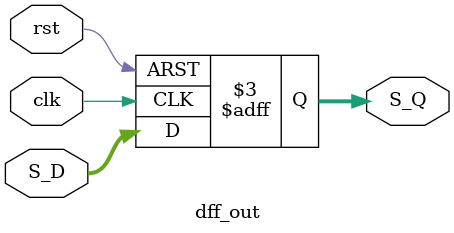
<source format=v>
module dff_out #(parameter OUTPUT_WIDTH = 33) (
	input wire clk, rst,
	input wire [OUTPUT_WIDTH-1:0] S_D,
	
	output reg [OUTPUT_WIDTH-1:0] S_Q
);

always @(posedge clk or negedge rst) begin
	if(!rst) begin
		S_Q <= 'b0;
	end
	else begin
		S_Q <= S_D;
	end
end

endmodule

</source>
